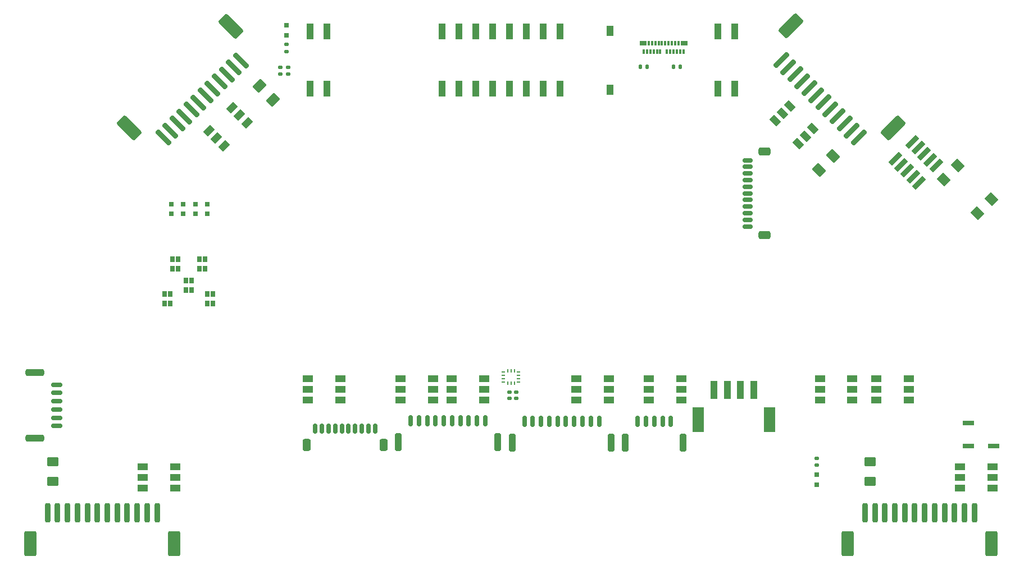
<source format=gbr>
%TF.GenerationSoftware,KiCad,Pcbnew,8.0.7*%
%TF.CreationDate,2025-04-13T15:12:29-04:00*%
%TF.ProjectId,control,636f6e74-726f-46c2-9e6b-696361645f70,rev?*%
%TF.SameCoordinates,Original*%
%TF.FileFunction,Paste,Top*%
%TF.FilePolarity,Positive*%
%FSLAX46Y46*%
G04 Gerber Fmt 4.6, Leading zero omitted, Abs format (unit mm)*
G04 Created by KiCad (PCBNEW 8.0.7) date 2025-04-13 15:12:29*
%MOMM*%
%LPD*%
G01*
G04 APERTURE LIST*
G04 Aperture macros list*
%AMRoundRect*
0 Rectangle with rounded corners*
0 $1 Rounding radius*
0 $2 $3 $4 $5 $6 $7 $8 $9 X,Y pos of 4 corners*
0 Add a 4 corners polygon primitive as box body*
4,1,4,$2,$3,$4,$5,$6,$7,$8,$9,$2,$3,0*
0 Add four circle primitives for the rounded corners*
1,1,$1+$1,$2,$3*
1,1,$1+$1,$4,$5*
1,1,$1+$1,$6,$7*
1,1,$1+$1,$8,$9*
0 Add four rect primitives between the rounded corners*
20,1,$1+$1,$2,$3,$4,$5,0*
20,1,$1+$1,$4,$5,$6,$7,0*
20,1,$1+$1,$6,$7,$8,$9,0*
20,1,$1+$1,$8,$9,$2,$3,0*%
%AMRotRect*
0 Rectangle, with rotation*
0 The origin of the aperture is its center*
0 $1 length*
0 $2 width*
0 $3 Rotation angle, in degrees counterclockwise*
0 Add horizontal line*
21,1,$1,$2,0,0,$3*%
G04 Aperture macros list end*
%ADD10R,1.000000X2.700000*%
%ADD11R,1.800000X3.800000*%
%ADD12RoundRect,0.200000X-0.742462X1.025305X-1.025305X0.742462X0.742462X-1.025305X1.025305X-0.742462X0*%
%ADD13RoundRect,0.250000X-0.707107X1.626346X-1.626346X0.707107X0.707107X-1.626346X1.626346X-0.707107X0*%
%ADD14R,1.500000X1.000000*%
%ADD15R,1.130000X2.440000*%
%ADD16RotRect,1.500000X1.000000X135.000000*%
%ADD17RotRect,1.500000X1.000000X315.000000*%
%ADD18RoundRect,0.150000X0.150000X0.625000X-0.150000X0.625000X-0.150000X-0.625000X0.150000X-0.625000X0*%
%ADD19RoundRect,0.250000X0.350000X0.650000X-0.350000X0.650000X-0.350000X-0.650000X0.350000X-0.650000X0*%
%ADD20RoundRect,0.150000X-0.150000X-0.700000X0.150000X-0.700000X0.150000X0.700000X-0.150000X0.700000X0*%
%ADD21RoundRect,0.250000X-0.250000X-1.100000X0.250000X-1.100000X0.250000X1.100000X-0.250000X1.100000X0*%
%ADD22R,0.650000X0.850000*%
%ADD23RoundRect,0.135000X0.185000X-0.135000X0.185000X0.135000X-0.185000X0.135000X-0.185000X-0.135000X0*%
%ADD24RoundRect,0.140000X0.170000X-0.140000X0.170000X0.140000X-0.170000X0.140000X-0.170000X-0.140000X0*%
%ADD25RoundRect,0.200000X-0.200000X-1.250000X0.200000X-1.250000X0.200000X1.250000X-0.200000X1.250000X0*%
%ADD26RoundRect,0.250000X-0.650000X-1.650000X0.650000X-1.650000X0.650000X1.650000X-0.650000X1.650000X0*%
%ADD27R,0.800000X0.800000*%
%ADD28R,0.300000X0.700000*%
%ADD29R,1.000000X0.700000*%
%ADD30RoundRect,0.135000X-0.185000X0.135000X-0.185000X-0.135000X0.185000X-0.135000X0.185000X0.135000X0*%
%ADD31RoundRect,0.250001X0.768977X0.114905X0.114905X0.768977X-0.768977X-0.114905X-0.114905X-0.768977X0*%
%ADD32R,1.800000X0.800000*%
%ADD33RoundRect,0.135000X-0.135000X-0.185000X0.135000X-0.185000X0.135000X0.185000X-0.135000X0.185000X0*%
%ADD34RoundRect,0.150000X0.700000X-0.150000X0.700000X0.150000X-0.700000X0.150000X-0.700000X-0.150000X0*%
%ADD35RoundRect,0.250000X1.150000X-0.250000X1.150000X0.250000X-1.150000X0.250000X-1.150000X-0.250000X0*%
%ADD36R,0.475000X0.250000*%
%ADD37R,0.250000X0.475000*%
%ADD38RoundRect,0.250001X-0.624999X0.462499X-0.624999X-0.462499X0.624999X-0.462499X0.624999X0.462499X0*%
%ADD39RotRect,0.800000X2.200000X135.000000*%
%ADD40RoundRect,0.200000X1.025305X0.742462X0.742462X1.025305X-1.025305X-0.742462X-0.742462X-1.025305X0*%
%ADD41RoundRect,0.250000X1.626346X0.707107X0.707107X1.626346X-1.626346X-0.707107X-0.707107X-1.626346X0*%
%ADD42RotRect,1.600000X1.400000X135.000000*%
%ADD43R,1.100000X1.500000*%
%ADD44RoundRect,0.150000X-0.625000X0.150000X-0.625000X-0.150000X0.625000X-0.150000X0.625000X0.150000X0*%
%ADD45RoundRect,0.250000X-0.650000X0.350000X-0.650000X-0.350000X0.650000X-0.350000X0.650000X0.350000X0*%
%ADD46RoundRect,0.250001X0.114905X-0.768977X0.768977X-0.114905X-0.114905X0.768977X-0.768977X0.114905X0*%
%ADD47RoundRect,0.135000X0.135000X0.185000X-0.135000X0.185000X-0.135000X-0.185000X0.135000X-0.185000X0*%
%ADD48RotRect,1.500000X1.000000X225.000000*%
%ADD49RotRect,1.500000X1.000000X45.000000*%
G04 APERTURE END LIST*
D10*
%TO.C,J13*%
X180600000Y-120800000D03*
X182600000Y-120800000D03*
X184600000Y-120800000D03*
X186600000Y-120800000D03*
D11*
X188950000Y-125250000D03*
X178250000Y-125250000D03*
%TD*%
D12*
%TO.C,J6*%
X109260660Y-71039340D03*
X108200000Y-72100000D03*
X107139340Y-73160660D03*
X106078679Y-74221321D03*
X105018019Y-75281981D03*
X103957359Y-76342641D03*
X102896699Y-77403301D03*
X101836039Y-78463961D03*
X100775379Y-79524621D03*
X99714718Y-80585282D03*
X98654058Y-81645942D03*
X97593398Y-82706602D03*
D13*
X107775736Y-65877461D03*
X92431519Y-81221678D03*
%TD*%
D14*
%TO.C,U9*%
X164750000Y-122300000D03*
X164750000Y-120700000D03*
X164750000Y-119100000D03*
X159850000Y-119100000D03*
X159850000Y-120700000D03*
X159850000Y-122300000D03*
%TD*%
D15*
%TO.C,SW3*%
X183690000Y-66700000D03*
X181150000Y-66700000D03*
X181150000Y-75300000D03*
X183690000Y-75300000D03*
%TD*%
D16*
%TO.C,U6*%
X192048959Y-77886218D03*
X190917588Y-79017588D03*
X189786218Y-80148959D03*
D17*
X193251041Y-83613782D03*
X194382412Y-82482412D03*
X195513782Y-81351041D03*
%TD*%
D14*
%TO.C,U11*%
X138250000Y-122300000D03*
X138250000Y-120700000D03*
X138250000Y-119100000D03*
X133350000Y-119100000D03*
X133350000Y-120700000D03*
X133350000Y-122300000D03*
%TD*%
D18*
%TO.C,J5*%
X129500000Y-126575000D03*
X128500000Y-126575000D03*
X127500000Y-126575000D03*
X126500000Y-126575000D03*
X125500000Y-126575000D03*
X124500000Y-126575000D03*
X123500000Y-126575000D03*
X122500000Y-126575000D03*
X121500000Y-126575000D03*
X120500000Y-126575000D03*
D19*
X130800000Y-129100000D03*
X119200000Y-129100000D03*
%TD*%
D20*
%TO.C,J12*%
X169100000Y-125500000D03*
X170350000Y-125500000D03*
X171600000Y-125500000D03*
X172850000Y-125500000D03*
X174100000Y-125500000D03*
D21*
X167250000Y-128700000D03*
X175950000Y-128700000D03*
%TD*%
D22*
%TO.C,D3*%
X99849999Y-101025000D03*
X98999999Y-101025000D03*
X99849999Y-102475000D03*
X98999999Y-102475000D03*
%TD*%
D14*
%TO.C,U8*%
X175650000Y-122300000D03*
X175650000Y-120700000D03*
X175650000Y-119100000D03*
X170750000Y-119100000D03*
X170750000Y-120700000D03*
X170750000Y-122300000D03*
%TD*%
%TO.C,U14*%
X209950000Y-122300000D03*
X209950000Y-120700000D03*
X209950000Y-119100000D03*
X205050000Y-119100000D03*
X205050000Y-120700000D03*
X205050000Y-122300000D03*
%TD*%
%TO.C,U13*%
X201450000Y-122300000D03*
X201450000Y-120700000D03*
X201450000Y-119100000D03*
X196550000Y-119100000D03*
X196550000Y-120700000D03*
X196550000Y-122300000D03*
%TD*%
D15*
%TO.C,SW6*%
X157390000Y-66700000D03*
X154850000Y-66700000D03*
X152310000Y-66700000D03*
X149770000Y-66700000D03*
X147230000Y-66700000D03*
X144690000Y-66700000D03*
X142150000Y-66700000D03*
X139610000Y-66700000D03*
X139610000Y-75300000D03*
X142150000Y-75300000D03*
X144690000Y-75300000D03*
X147230000Y-75300000D03*
X149770000Y-75300000D03*
X152310000Y-75300000D03*
X154850000Y-75300000D03*
X157390000Y-75300000D03*
%TD*%
D14*
%TO.C,U4*%
X99350000Y-135600000D03*
X99350000Y-134000000D03*
X99350000Y-132400000D03*
X94450000Y-132400000D03*
X94450000Y-134000000D03*
X94450000Y-135600000D03*
%TD*%
%TO.C,U7*%
X222550000Y-135600000D03*
X222550000Y-134000000D03*
X222550000Y-132400000D03*
X217650000Y-132400000D03*
X217650000Y-134000000D03*
X217650000Y-135600000D03*
%TD*%
D23*
%TO.C,R83*%
X116150000Y-69670000D03*
X116150000Y-68650000D03*
%TD*%
D24*
%TO.C,C1*%
X116400000Y-73080000D03*
X116400000Y-72120000D03*
%TD*%
D15*
%TO.C,SW5*%
X122290000Y-66700000D03*
X119750000Y-66700000D03*
X119750000Y-75300000D03*
X122290000Y-75300000D03*
%TD*%
D25*
%TO.C,J8*%
X203350000Y-139295000D03*
X204850000Y-139295000D03*
X206350000Y-139295000D03*
X207850000Y-139295000D03*
X209350000Y-139295000D03*
X210850000Y-139295000D03*
X212350000Y-139295000D03*
X213850000Y-139295000D03*
X215350000Y-139295000D03*
X216850000Y-139295000D03*
X218350000Y-139295000D03*
X219850000Y-139295000D03*
D26*
X200750000Y-143995000D03*
X222450000Y-143995000D03*
%TD*%
D27*
%TO.C,D10*%
X98800000Y-92700000D03*
X98800000Y-94200000D03*
%TD*%
D28*
%TO.C,P1*%
X176000000Y-69715000D03*
X175500000Y-69715000D03*
X175000000Y-69715000D03*
X174500000Y-69715000D03*
X174000000Y-69715000D03*
X173500000Y-69715000D03*
X172500000Y-69715000D03*
X172000000Y-69715000D03*
X171500000Y-69715000D03*
X171000000Y-69715000D03*
X170500000Y-69715000D03*
X170000000Y-69715000D03*
D29*
X169900000Y-68415000D03*
D28*
X170750000Y-68415000D03*
X171250000Y-68415000D03*
X171750000Y-68415000D03*
X172250000Y-68415000D03*
X172750000Y-68415000D03*
X173250000Y-68415000D03*
X173750000Y-68415000D03*
X174250000Y-68415000D03*
X174750000Y-68415000D03*
X175250000Y-68415000D03*
D29*
X176100000Y-68415000D03*
%TD*%
D25*
%TO.C,J3*%
X80150000Y-139295000D03*
X81650000Y-139295000D03*
X83150000Y-139295000D03*
X84650000Y-139295000D03*
X86150000Y-139295000D03*
X87650000Y-139295000D03*
X89150000Y-139295000D03*
X90650000Y-139295000D03*
X92150000Y-139295000D03*
X93650000Y-139295000D03*
X95150000Y-139295000D03*
X96650000Y-139295000D03*
D26*
X77550000Y-143995000D03*
X99250000Y-143995000D03*
%TD*%
D27*
%TO.C,D12*%
X102400000Y-92700000D03*
X102400000Y-94200000D03*
%TD*%
D30*
%TO.C,R57*%
X196100000Y-131090000D03*
X196100000Y-132110000D03*
%TD*%
D31*
%TO.C,F2*%
X114151821Y-76951821D03*
X112048179Y-74848179D03*
%TD*%
D32*
%TO.C,BZ1*%
X218950000Y-125750000D03*
X218950000Y-129250000D03*
X222750000Y-129250000D03*
%TD*%
D33*
%TO.C,R15*%
X174490000Y-72000000D03*
X175510000Y-72000000D03*
%TD*%
D22*
%TO.C,D6*%
X98600000Y-106275001D03*
X97750000Y-106275001D03*
X98600000Y-107725001D03*
X97750000Y-107725001D03*
%TD*%
D27*
%TO.C,D13*%
X104200000Y-92700000D03*
X104200000Y-94200000D03*
%TD*%
D34*
%TO.C,J14*%
X81550000Y-126225000D03*
X81550000Y-124975000D03*
X81550000Y-123725000D03*
X81550000Y-122475000D03*
X81550000Y-121225000D03*
X81550000Y-119975000D03*
D35*
X78200000Y-128075000D03*
X78200000Y-118125000D03*
%TD*%
D22*
%TO.C,D4*%
X103850001Y-101025000D03*
X103000001Y-101025000D03*
X103850001Y-102475000D03*
X103000001Y-102475000D03*
%TD*%
D24*
%TO.C,C2*%
X115200000Y-73080000D03*
X115200000Y-72120000D03*
%TD*%
D36*
%TO.C,U2*%
X148837500Y-118050000D03*
X148837500Y-118550000D03*
X148837500Y-119050000D03*
X148837500Y-119550000D03*
D37*
X149500000Y-119712500D03*
X150000000Y-119712500D03*
X150500000Y-119712500D03*
D36*
X151162500Y-119550000D03*
X151162500Y-119050000D03*
X151162500Y-118550000D03*
X151162500Y-118050000D03*
D37*
X150500000Y-117887500D03*
X150000000Y-117887500D03*
X149500000Y-117887500D03*
%TD*%
D38*
%TO.C,F1*%
X80900000Y-131612500D03*
X80900000Y-134587500D03*
%TD*%
D24*
%TO.C,C28*%
X149750000Y-122030000D03*
X149750000Y-121070000D03*
%TD*%
D39*
%TO.C,J2*%
X214082986Y-86909117D03*
X211509117Y-89482986D03*
X213184960Y-86011091D03*
X210611091Y-88584960D03*
X212286934Y-85113066D03*
X209713066Y-87686934D03*
X211388909Y-84215040D03*
X208815040Y-86788909D03*
X210490883Y-83317014D03*
X207917014Y-85890883D03*
%TD*%
D20*
%TO.C,J9*%
X152025000Y-125500000D03*
X153275000Y-125500000D03*
X154525000Y-125500000D03*
X155775000Y-125500000D03*
X157025000Y-125500000D03*
X158275000Y-125500000D03*
X159525000Y-125500000D03*
X160775000Y-125500000D03*
X162025000Y-125500000D03*
X163275000Y-125500000D03*
D21*
X150175000Y-128700000D03*
X165125000Y-128700000D03*
%TD*%
D40*
%TO.C,J7*%
X202396643Y-82670619D03*
X201335983Y-81609959D03*
X200275323Y-80549299D03*
X199214662Y-79488638D03*
X198154002Y-78427978D03*
X197093342Y-77367318D03*
X196032682Y-76306658D03*
X194972022Y-75245998D03*
X193911362Y-74185338D03*
X192850701Y-73124677D03*
X191790041Y-72064017D03*
X190729381Y-71003357D03*
D41*
X207558522Y-81185695D03*
X192214305Y-65841478D03*
%TD*%
D42*
%TO.C,SW2*%
X220284924Y-94106245D03*
X215193755Y-89015076D03*
X222406245Y-91984924D03*
X217315076Y-86893755D03*
%TD*%
D20*
%TO.C,J10*%
X134875000Y-125450000D03*
X136125000Y-125450000D03*
X137375000Y-125450000D03*
X138625000Y-125450000D03*
X139875000Y-125450000D03*
X141125000Y-125450000D03*
X142375000Y-125450000D03*
X143625000Y-125450000D03*
X144875000Y-125450000D03*
X146125000Y-125450000D03*
D21*
X133025000Y-128650000D03*
X147975000Y-128650000D03*
%TD*%
D43*
%TO.C,SW1*%
X164900000Y-75450000D03*
X164900000Y-66550000D03*
%TD*%
D27*
%TO.C,D8*%
X116150000Y-65750000D03*
X116150000Y-67250000D03*
%TD*%
%TO.C,D2*%
X196100000Y-135050000D03*
X196100000Y-133550000D03*
%TD*%
D44*
%TO.C,J4*%
X185675000Y-86100000D03*
X185675000Y-87100000D03*
X185675000Y-88100000D03*
X185675000Y-89100000D03*
X185675000Y-90100000D03*
X185675000Y-91100000D03*
X185675000Y-92100000D03*
X185675000Y-93100000D03*
X185675000Y-94100000D03*
X185675000Y-95100000D03*
X185675000Y-96100000D03*
D45*
X188200000Y-84800000D03*
X188200000Y-97400000D03*
%TD*%
D46*
%TO.C,F3*%
X196448179Y-87551821D03*
X198551821Y-85448179D03*
%TD*%
D38*
%TO.C,F4*%
X204100000Y-131612500D03*
X204100000Y-134587500D03*
%TD*%
D22*
%TO.C,D7*%
X105100000Y-106275001D03*
X104250000Y-106275001D03*
X105100000Y-107725001D03*
X104250000Y-107725001D03*
%TD*%
D14*
%TO.C,U10*%
X145950000Y-122300000D03*
X145950000Y-120700000D03*
X145950000Y-119100000D03*
X141050000Y-119100000D03*
X141050000Y-120700000D03*
X141050000Y-122300000D03*
%TD*%
D27*
%TO.C,D11*%
X100600000Y-92700000D03*
X100600000Y-94200000D03*
%TD*%
D24*
%TO.C,C29*%
X150750000Y-122030000D03*
X150750000Y-121070000D03*
%TD*%
D47*
%TO.C,R126*%
X170520000Y-72000000D03*
X169500000Y-72000000D03*
%TD*%
D14*
%TO.C,U12*%
X124250000Y-122300000D03*
X124250000Y-120700000D03*
X124250000Y-119100000D03*
X119350000Y-119100000D03*
X119350000Y-120700000D03*
X119350000Y-122300000D03*
%TD*%
D48*
%TO.C,U5*%
X104476259Y-81637024D03*
X105607629Y-82768395D03*
X106739000Y-83899765D03*
D49*
X110203823Y-80434942D03*
X109072453Y-79303571D03*
X107941082Y-78172201D03*
%TD*%
D22*
%TO.C,D5*%
X101000000Y-104275000D03*
X101850000Y-104275000D03*
X101000000Y-105725000D03*
X101850000Y-105725000D03*
%TD*%
M02*

</source>
